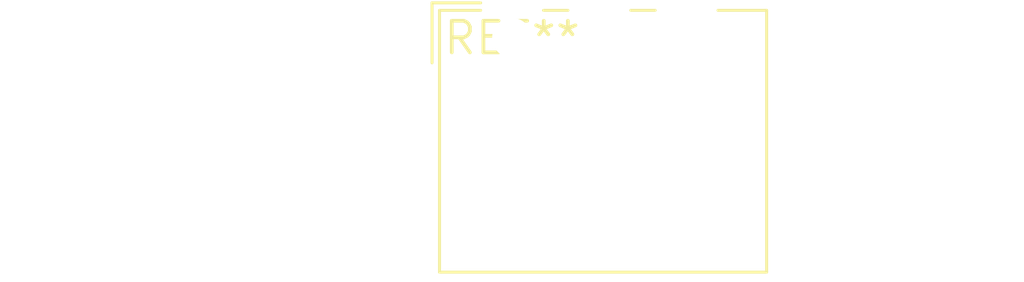
<source format=kicad_pcb>
(kicad_pcb (version 20240108) (generator pcbnew)
  (layers (0 "F.Cu" signal) (31 "B.Cu" signal) (34 "B.Paste" user) (35 "F.Paste" user) (36 "B.SilkS" user "B.Silkscreen") (37 "F.SilkS" user "F.Silkscreen") (38 "B.Mask" user) (39 "F.Mask" user) (44 "Edge.Cuts" user))
  (net 0 "")
  (footprint "Wago_734-163_1x03_P3.50mm_Horizontal" (layer "F.Cu") (at 0 0)
    (property "Reference" "REF**")
    (property "Value" "Wago_734-163_1x03_P3.50mm_Horizontal")
    (fp_line (start -3.21 -1.41) (end -1.26 -1.41) (layer "F.SilkS") (stroke (width 0.12)))
    (fp_line (start -3.21 1) (end -3.21 -1.41) (layer "F.SilkS") (stroke (width 0.12)))
    (fp_line (start -2.91 -1.11) (end -2.91 9.41) (layer "F.SilkS") (stroke (width 0.12)))
    (fp_line (start -2.91 9.41) (end 10.21 9.41) (layer "F.SilkS") (stroke (width 0.12)))
    (fp_line (start -1.26 -1.11) (end -2.91 -1.11) (layer "F.SilkS") (stroke (width 0.12)))
    (fp_line (start 1.26 -1.11) (end 2.24 -1.11) (layer "F.SilkS") (stroke (width 0.12)))
    (fp_line (start 4.76 -1.11) (end 5.74 -1.11) (layer "F.SilkS") (stroke (width 0.12)))
    (fp_line (start 10.21 -1.11) (end 8.26 -1.11) (layer "F.SilkS") (stroke (width 0.12)))
    (fp_line (start 10.21 9.41) (end 10.21 -1.11) (layer "F.SilkS") (stroke (width 0.12)))
    (pad "1" thru_hole roundrect (at 0 0) (size 2 2.6) (drill 1.6) (layers *.Cu *.Mask) (remove_unused_layers) (roundrect_rratio 0.125))
    (pad "2" thru_hole oval (at 3.5 0) (size 2 2.6) (drill 1.6) (layers *.Cu *.Mask) (remove_unused_layers))
    (pad "3" thru_hole oval (at 7 0) (size 2 2.6) (drill 1.6) (layers *.Cu *.Mask) (remove_unused_layers))
  )
)
</source>
